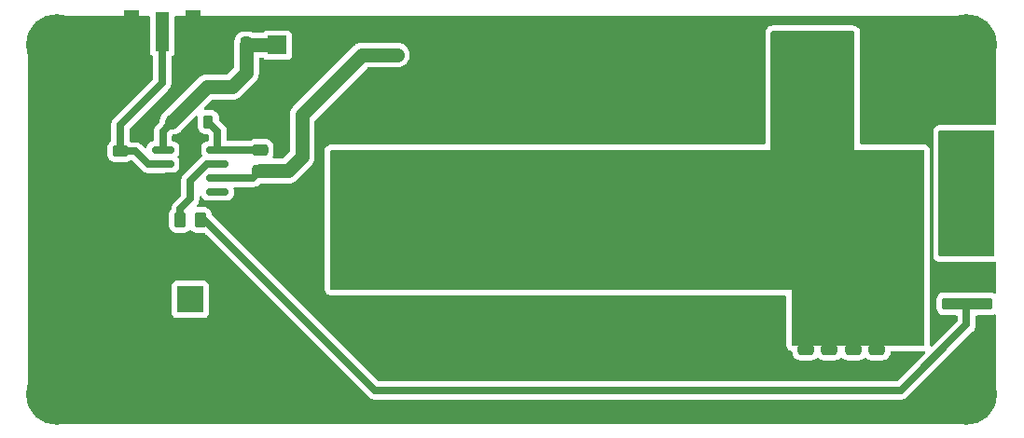
<source format=gbr>
%TF.GenerationSoftware,KiCad,Pcbnew,8.0.0*%
%TF.CreationDate,2024-06-21T14:10:28-04:00*%
%TF.ProjectId,GaN Drain Driver,47614e20-4472-4616-996e-204472697665,v1.0*%
%TF.SameCoordinates,Original*%
%TF.FileFunction,Copper,L1,Top*%
%TF.FilePolarity,Positive*%
%FSLAX46Y46*%
G04 Gerber Fmt 4.6, Leading zero omitted, Abs format (unit mm)*
G04 Created by KiCad (PCBNEW 8.0.0) date 2024-06-21 14:10:28*
%MOMM*%
%LPD*%
G01*
G04 APERTURE LIST*
G04 Aperture macros list*
%AMRoundRect*
0 Rectangle with rounded corners*
0 $1 Rounding radius*
0 $2 $3 $4 $5 $6 $7 $8 $9 X,Y pos of 4 corners*
0 Add a 4 corners polygon primitive as box body*
4,1,4,$2,$3,$4,$5,$6,$7,$8,$9,$2,$3,0*
0 Add four circle primitives for the rounded corners*
1,1,$1+$1,$2,$3*
1,1,$1+$1,$4,$5*
1,1,$1+$1,$6,$7*
1,1,$1+$1,$8,$9*
0 Add four rect primitives between the rounded corners*
20,1,$1+$1,$2,$3,$4,$5,0*
20,1,$1+$1,$4,$5,$6,$7,0*
20,1,$1+$1,$6,$7,$8,$9,0*
20,1,$1+$1,$8,$9,$2,$3,0*%
G04 Aperture macros list end*
%TA.AperFunction,SMDPad,CuDef*%
%ADD10RoundRect,0.250000X-0.475000X0.250000X-0.475000X-0.250000X0.475000X-0.250000X0.475000X0.250000X0*%
%TD*%
%TA.AperFunction,ComponentPad*%
%ADD11R,2.400000X2.400000*%
%TD*%
%TA.AperFunction,ComponentPad*%
%ADD12C,2.400000*%
%TD*%
%TA.AperFunction,SMDPad,CuDef*%
%ADD13RoundRect,0.250000X0.250000X0.475000X-0.250000X0.475000X-0.250000X-0.475000X0.250000X-0.475000X0*%
%TD*%
%TA.AperFunction,ComponentPad*%
%ADD14R,1.700000X1.700000*%
%TD*%
%TA.AperFunction,ComponentPad*%
%ADD15O,1.700000X1.700000*%
%TD*%
%TA.AperFunction,SMDPad,CuDef*%
%ADD16RoundRect,0.150000X-0.825000X-0.150000X0.825000X-0.150000X0.825000X0.150000X-0.825000X0.150000X0*%
%TD*%
%TA.AperFunction,ComponentPad*%
%ADD17C,5.562600*%
%TD*%
%TA.AperFunction,SMDPad,CuDef*%
%ADD18RoundRect,0.225000X0.225000X0.375000X-0.225000X0.375000X-0.225000X-0.375000X0.225000X-0.375000X0*%
%TD*%
%TA.AperFunction,SMDPad,CuDef*%
%ADD19RoundRect,0.250000X-0.262500X-0.450000X0.262500X-0.450000X0.262500X0.450000X-0.262500X0.450000X0*%
%TD*%
%TA.AperFunction,SMDPad,CuDef*%
%ADD20RoundRect,0.250000X2.050000X0.300000X-2.050000X0.300000X-2.050000X-0.300000X2.050000X-0.300000X0*%
%TD*%
%TA.AperFunction,SMDPad,CuDef*%
%ADD21RoundRect,0.250000X2.025000X2.375000X-2.025000X2.375000X-2.025000X-2.375000X2.025000X-2.375000X0*%
%TD*%
%TA.AperFunction,SMDPad,CuDef*%
%ADD22RoundRect,0.250002X4.449998X5.149998X-4.449998X5.149998X-4.449998X-5.149998X4.449998X-5.149998X0*%
%TD*%
%TA.AperFunction,SMDPad,CuDef*%
%ADD23R,1.270000X3.600000*%
%TD*%
%TA.AperFunction,SMDPad,CuDef*%
%ADD24R,1.350000X4.200000*%
%TD*%
%TA.AperFunction,SMDPad,CuDef*%
%ADD25RoundRect,0.250000X-0.450000X0.262500X-0.450000X-0.262500X0.450000X-0.262500X0.450000X0.262500X0*%
%TD*%
%TA.AperFunction,ViaPad*%
%ADD26C,0.600000*%
%TD*%
%TA.AperFunction,Conductor*%
%ADD27C,1.270000*%
%TD*%
%TA.AperFunction,Conductor*%
%ADD28C,0.635000*%
%TD*%
G04 APERTURE END LIST*
D10*
%TO.P,C13,1*%
%TO.N,VCC*%
X121920000Y-56200000D03*
%TO.P,C13,2*%
%TO.N,GND*%
X121920000Y-58100000D03*
%TD*%
D11*
%TO.P,C6,1*%
%TO.N,VCC*%
X99060000Y-48895000D03*
D12*
%TO.P,C6,2*%
%TO.N,GND*%
X99060000Y-53895000D03*
%TD*%
D11*
%TO.P,C9,1*%
%TO.N,+15V*%
X66040000Y-51659785D03*
D12*
%TO.P,C9,2*%
%TO.N,GND*%
X66040000Y-56659785D03*
%TD*%
D13*
%TO.P,C8,1*%
%TO.N,+15V*%
X71115000Y-28575000D03*
%TO.P,C8,2*%
%TO.N,GND*%
X69215000Y-28575000D03*
%TD*%
D10*
%TO.P,C1,1*%
%TO.N,Net-(D1-K)*%
X72390000Y-38105000D03*
%TO.P,C1,2*%
%TO.N,AMP_DRAIN*%
X72390000Y-40005000D03*
%TD*%
D11*
%TO.P,C5,1*%
%TO.N,VCC*%
X85090000Y-48895000D03*
D12*
%TO.P,C5,2*%
%TO.N,GND*%
X85090000Y-53895000D03*
%TD*%
D14*
%TO.P,J2,1,Pin_1*%
%TO.N,AMP_DRAIN*%
X136652000Y-37338000D03*
D15*
%TO.P,J2,2,Pin_2*%
%TO.N,GND*%
X136652000Y-34798000D03*
%TD*%
D16*
%TO.P,U1,1,VCC*%
%TO.N,+15V*%
X63565000Y-38100000D03*
%TO.P,U1,2,HIN*%
%TO.N,Net-(J1-In)*%
X63565000Y-39370000D03*
%TO.P,U1,3,LIN*%
%TO.N,GND*%
X63565000Y-40640000D03*
%TO.P,U1,4,COM*%
X63565000Y-41910000D03*
%TO.P,U1,5,LO*%
%TO.N,unconnected-(U1-LO-Pad5)*%
X68515000Y-41910000D03*
%TO.P,U1,6,VS*%
%TO.N,AMP_DRAIN*%
X68515000Y-40640000D03*
%TO.P,U1,7,HO*%
%TO.N,Net-(U1-HO)*%
X68515000Y-39370000D03*
%TO.P,U1,8,VB*%
%TO.N,Net-(D1-K)*%
X68515000Y-38100000D03*
%TD*%
D17*
%TO.P,H4,1,1*%
%TO.N,GND*%
X53975000Y-60325000D03*
%TD*%
D11*
%TO.P,C3,1*%
%TO.N,VCC*%
X99060000Y-40005000D03*
D12*
%TO.P,C3,2*%
%TO.N,GND*%
X99060000Y-35005000D03*
%TD*%
D17*
%TO.P,H3,1,1*%
%TO.N,GND*%
X136525000Y-60325000D03*
%TD*%
D14*
%TO.P,J4,1,Pin_1*%
%TO.N,VCC*%
X125115000Y-28550000D03*
D15*
%TO.P,J4,2,Pin_2*%
%TO.N,GND*%
X127655000Y-28550000D03*
%TD*%
D18*
%TO.P,D1,1,K*%
%TO.N,Net-(D1-K)*%
X67690000Y-35560000D03*
%TO.P,D1,2,A*%
%TO.N,+15V*%
X64390000Y-35560000D03*
%TD*%
D11*
%TO.P,C7,1*%
%TO.N,VCC*%
X113030000Y-48895001D03*
D12*
%TO.P,C7,2*%
%TO.N,GND*%
X113030000Y-53895001D03*
%TD*%
D14*
%TO.P,J3,1,Pin_1*%
%TO.N,+15V*%
X73934000Y-28575000D03*
D15*
%TO.P,J3,2,Pin_2*%
%TO.N,GND*%
X76474000Y-28575000D03*
%TD*%
D19*
%TO.P,R1,1*%
%TO.N,Net-(U1-HO)*%
X65127500Y-44450000D03*
%TO.P,R1,2*%
%TO.N,Net-(Q1-G)*%
X66952500Y-44450000D03*
%TD*%
D11*
%TO.P,C2,1*%
%TO.N,VCC*%
X85090000Y-40005000D03*
D12*
%TO.P,C2,2*%
%TO.N,GND*%
X85090000Y-35005000D03*
%TD*%
D10*
%TO.P,C11,1*%
%TO.N,VCC*%
X126238000Y-56200000D03*
%TO.P,C11,2*%
%TO.N,GND*%
X126238000Y-58100000D03*
%TD*%
%TO.P,C10,1*%
%TO.N,VCC*%
X128397000Y-56200000D03*
%TO.P,C10,2*%
%TO.N,GND*%
X128397000Y-58100000D03*
%TD*%
D20*
%TO.P,Q1,1,G*%
%TO.N,Net-(Q1-G)*%
X136555000Y-52070000D03*
D21*
%TO.P,Q1,2,D*%
%TO.N,VCC*%
X129830000Y-52305000D03*
X129830000Y-46755000D03*
D22*
X127405000Y-49530000D03*
D21*
X124980000Y-52305000D03*
X124980000Y-46755000D03*
D20*
%TO.P,Q1,3,S*%
%TO.N,AMP_DRAIN*%
X136555000Y-46990000D03*
%TD*%
D23*
%TO.P,J1,1,In*%
%TO.N,Net-(J1-In)*%
X63500000Y-27322500D03*
D24*
%TO.P,J1,2,Ext*%
%TO.N,GND*%
X66325000Y-27522500D03*
X60675000Y-27522500D03*
%TD*%
D11*
%TO.P,C4,1*%
%TO.N,VCC*%
X113030000Y-40005000D03*
D12*
%TO.P,C4,2*%
%TO.N,GND*%
X113030000Y-35005000D03*
%TD*%
D17*
%TO.P,H1,1,1*%
%TO.N,GND*%
X136525000Y-28575000D03*
%TD*%
D10*
%TO.P,C12,1*%
%TO.N,VCC*%
X124079000Y-56200000D03*
%TO.P,C12,2*%
%TO.N,GND*%
X124079000Y-58100000D03*
%TD*%
D17*
%TO.P,H2,1,1*%
%TO.N,GND*%
X53975000Y-28575000D03*
%TD*%
D25*
%TO.P,R2,1*%
%TO.N,Net-(J1-In)*%
X59690000Y-38203500D03*
%TO.P,R2,2*%
%TO.N,GND*%
X59690000Y-40028500D03*
%TD*%
D26*
%TO.N,AMP_DRAIN*%
X84836000Y-29464000D03*
%TO.N,VCC*%
X130810000Y-53340000D03*
X123190000Y-44450000D03*
X127000000Y-44450000D03*
X123190000Y-50800000D03*
X124460000Y-45720000D03*
X127000000Y-49530000D03*
X125730000Y-49530000D03*
X130810000Y-49530000D03*
X123190000Y-46990000D03*
X125730000Y-44450000D03*
X123190000Y-48260000D03*
X125730000Y-45720000D03*
X128270000Y-54610000D03*
X129540000Y-46990000D03*
X123190000Y-54610000D03*
X124460000Y-53340000D03*
X129540000Y-48260000D03*
X130810000Y-44450000D03*
X124460000Y-46990000D03*
X130810000Y-52070000D03*
X128270000Y-44450000D03*
X127000000Y-46990000D03*
X130810000Y-54610000D03*
X130810000Y-48260000D03*
X124460000Y-49530000D03*
X128270000Y-45720000D03*
X127000000Y-45720000D03*
X125730000Y-48260000D03*
X129540000Y-44450000D03*
X129540000Y-49530000D03*
X124460000Y-44450000D03*
X127000000Y-50800000D03*
X129540000Y-52070000D03*
X127000000Y-52070000D03*
X125730000Y-50800000D03*
X127000000Y-54610000D03*
X129540000Y-54610000D03*
X123190000Y-53340000D03*
X127000000Y-53340000D03*
X128270000Y-46990000D03*
X130810000Y-50800000D03*
X129540000Y-45720000D03*
X124460000Y-52070000D03*
X129540000Y-53340000D03*
X127000000Y-48260000D03*
X128270000Y-48260000D03*
X124460000Y-50800000D03*
X124460000Y-54610000D03*
X125730000Y-46990000D03*
X125730000Y-53340000D03*
X129540000Y-50800000D03*
X123190000Y-45720000D03*
X128270000Y-50800000D03*
X128270000Y-49530000D03*
X130810000Y-45720000D03*
X125730000Y-52070000D03*
X125730000Y-54610000D03*
X123190000Y-52070000D03*
X123190000Y-49530000D03*
X130810000Y-46990000D03*
X128270000Y-52070000D03*
X124460000Y-48260000D03*
X128270000Y-53340000D03*
%TO.N,GND*%
X57150000Y-38100000D03*
X129667000Y-57785000D03*
X57150000Y-57150000D03*
X53975000Y-34925000D03*
X127635000Y-57785000D03*
X53975000Y-47625000D03*
X69215000Y-34290000D03*
X74295000Y-57150000D03*
X53975000Y-41275000D03*
X57150000Y-44450000D03*
X85090000Y-27305000D03*
X92075000Y-57150000D03*
X99060000Y-27305000D03*
X106045000Y-57150000D03*
X113030000Y-62230000D03*
X53975000Y-53975000D03*
X136525000Y-49530000D03*
X125095000Y-57531000D03*
X92075000Y-33020000D03*
X106045000Y-33020000D03*
X128905000Y-35560000D03*
X74930000Y-45085000D03*
X74295000Y-38100000D03*
X113030000Y-27305000D03*
X70485000Y-36195000D03*
X57150000Y-31750000D03*
X122936000Y-57531000D03*
X66040000Y-37465000D03*
X84455000Y-62230000D03*
X74295000Y-32385000D03*
X120650000Y-57531000D03*
X73025000Y-34925000D03*
X98425000Y-62230000D03*
X57150000Y-50800000D03*
%TO.N,+15V*%
X63565000Y-37084000D03*
%TD*%
D27*
%TO.N,AMP_DRAIN*%
X136555000Y-37435000D02*
X136555000Y-46990000D01*
X81661000Y-29464000D02*
X76200000Y-34925000D01*
D28*
X71755000Y-40640000D02*
X72390000Y-40005000D01*
D27*
X76200000Y-34925000D02*
X76200000Y-38735000D01*
D28*
X68515000Y-40640000D02*
X71755000Y-40640000D01*
D27*
X74930000Y-40005000D02*
X72390000Y-40005000D01*
X84836000Y-29464000D02*
X81661000Y-29464000D01*
X136652000Y-37338000D02*
X136555000Y-37435000D01*
X76200000Y-38735000D02*
X74930000Y-40005000D01*
D28*
%TO.N,Net-(D1-K)*%
X68515000Y-36385000D02*
X67690000Y-35560000D01*
X68515000Y-38100000D02*
X72385000Y-38100000D01*
X68515000Y-38100000D02*
X68515000Y-36385000D01*
X72385000Y-38100000D02*
X72390000Y-38105000D01*
D27*
%TO.N,VCC*%
X124460000Y-44450000D02*
X125730000Y-45720000D01*
X125115000Y-45105000D02*
X124460000Y-45720000D01*
X125730000Y-45720000D02*
X125115000Y-45105000D01*
X125115000Y-47240000D02*
X127405000Y-49530000D01*
X124460000Y-44450000D02*
X124460000Y-44450000D01*
X125115000Y-28550000D02*
X125115000Y-46620000D01*
X125730000Y-44450000D02*
X124460000Y-44450000D01*
X125115000Y-46620000D02*
X124980000Y-46755000D01*
X124460000Y-45720000D02*
X125115000Y-47240000D01*
%TO.N,+15V*%
X71140000Y-31095000D02*
X71140000Y-28600000D01*
X71140000Y-28600000D02*
X71115000Y-28575000D01*
X64390000Y-35560000D02*
X67565000Y-32385000D01*
X73934000Y-28575000D02*
X71115000Y-28575000D01*
X69850000Y-32385000D02*
X71140000Y-31095000D01*
D28*
X63565000Y-38100000D02*
X63565000Y-36385000D01*
X63565000Y-36385000D02*
X64390000Y-35560000D01*
D27*
X67565000Y-32385000D02*
X69850000Y-32385000D01*
D28*
X63565000Y-37084000D02*
X63565000Y-36385000D01*
%TO.N,Net-(J1-In)*%
X59690000Y-35814000D02*
X59690000Y-38203500D01*
X61063500Y-38203500D02*
X59690000Y-38203500D01*
X63500000Y-32004000D02*
X59690000Y-35814000D01*
X63565000Y-39370000D02*
X62230000Y-39370000D01*
X63500000Y-27322500D02*
X63500000Y-32004000D01*
X62230000Y-39370000D02*
X61063500Y-38203500D01*
%TO.N,Net-(Q1-G)*%
X67310000Y-44450000D02*
X82804000Y-59944000D01*
X136525000Y-52100000D02*
X136555000Y-52070000D01*
X130556000Y-59944000D02*
X136525000Y-53975000D01*
X136525000Y-53975000D02*
X136525000Y-52100000D01*
X66952500Y-44450000D02*
X67310000Y-44450000D01*
X82804000Y-59944000D02*
X130556000Y-59944000D01*
%TO.N,Net-(U1-HO)*%
X68515000Y-39370000D02*
X67540001Y-39370000D01*
X66040000Y-40870001D02*
X66040000Y-42545000D01*
X65127500Y-43457500D02*
X65127500Y-44450000D01*
X67540001Y-39370000D02*
X66040000Y-40870001D01*
X66040000Y-42545000D02*
X65127500Y-43457500D01*
%TD*%
%TA.AperFunction,Conductor*%
%TO.N,AMP_DRAIN*%
G36*
X139008039Y-36341685D02*
G01*
X139053794Y-36394489D01*
X139065000Y-36446000D01*
X139065000Y-47628000D01*
X139045315Y-47695039D01*
X138992511Y-47740794D01*
X138941000Y-47752000D01*
X134109000Y-47752000D01*
X134041961Y-47732315D01*
X133996206Y-47679511D01*
X133985000Y-47628000D01*
X133985000Y-36446000D01*
X134004685Y-36378961D01*
X134057489Y-36333206D01*
X134109000Y-36322000D01*
X138941000Y-36322000D01*
X139008039Y-36341685D01*
G37*
%TD.AperFunction*%
%TD*%
%TA.AperFunction,Conductor*%
%TO.N,VCC*%
G36*
X126308039Y-27324685D02*
G01*
X126353794Y-27377489D01*
X126365000Y-27429000D01*
X126365000Y-28130087D01*
X126360775Y-28162180D01*
X126319938Y-28314586D01*
X126319936Y-28314596D01*
X126299341Y-28549999D01*
X126299341Y-28550000D01*
X126319936Y-28785403D01*
X126319938Y-28785413D01*
X126360775Y-28937818D01*
X126365000Y-28969911D01*
X126365000Y-38100000D01*
X118745000Y-38100000D01*
X118745000Y-27429000D01*
X118764685Y-27361961D01*
X118817489Y-27316206D01*
X118869000Y-27305000D01*
X126241000Y-27305000D01*
X126308039Y-27324685D01*
G37*
%TD.AperFunction*%
%TD*%
%TA.AperFunction,Conductor*%
%TO.N,VCC*%
G36*
X132658039Y-38119685D02*
G01*
X132703794Y-38172489D01*
X132715000Y-38224000D01*
X132715000Y-55756000D01*
X132695315Y-55823039D01*
X132642511Y-55868794D01*
X132591000Y-55880000D01*
X120774000Y-55880000D01*
X120706961Y-55860315D01*
X120661206Y-55807511D01*
X120650000Y-55756000D01*
X120650000Y-50800000D01*
X78864000Y-50800000D01*
X78796961Y-50780315D01*
X78751206Y-50727511D01*
X78740000Y-50676000D01*
X78740000Y-38224000D01*
X78759685Y-38156961D01*
X78812489Y-38111206D01*
X78864000Y-38100000D01*
X118745000Y-38100000D01*
X120650000Y-38100000D01*
X126365000Y-38100000D01*
X132591000Y-38100000D01*
X132658039Y-38119685D01*
G37*
%TD.AperFunction*%
%TD*%
%TA.AperFunction,Conductor*%
%TO.N,GND*%
G36*
X62307539Y-25920185D02*
G01*
X62353294Y-25972989D01*
X62364500Y-26024500D01*
X62364500Y-29170370D01*
X62364501Y-29170376D01*
X62370908Y-29229983D01*
X62421202Y-29364828D01*
X62421206Y-29364835D01*
X62507452Y-29480044D01*
X62507455Y-29480047D01*
X62629769Y-29571612D01*
X62627986Y-29573993D01*
X62666832Y-29612838D01*
X62682000Y-29672266D01*
X62682000Y-31613810D01*
X62662315Y-31680849D01*
X62645681Y-31701491D01*
X59054620Y-35292551D01*
X59054617Y-35292555D01*
X58965100Y-35426525D01*
X58965093Y-35426538D01*
X58903436Y-35575393D01*
X58903433Y-35575405D01*
X58872000Y-35733429D01*
X58872000Y-37216995D01*
X58852315Y-37284034D01*
X58813098Y-37322533D01*
X58771344Y-37348287D01*
X58647289Y-37472342D01*
X58555187Y-37621663D01*
X58555185Y-37621668D01*
X58532673Y-37689606D01*
X58500001Y-37788203D01*
X58500001Y-37788204D01*
X58500000Y-37788204D01*
X58489500Y-37890983D01*
X58489500Y-38516001D01*
X58489501Y-38516019D01*
X58500000Y-38618796D01*
X58500001Y-38618799D01*
X58555185Y-38785331D01*
X58555187Y-38785336D01*
X58575418Y-38818135D01*
X58647288Y-38934656D01*
X58771344Y-39058712D01*
X58920666Y-39150814D01*
X59087203Y-39205999D01*
X59189991Y-39216500D01*
X60190008Y-39216499D01*
X60190016Y-39216498D01*
X60190019Y-39216498D01*
X60246302Y-39210748D01*
X60292797Y-39205999D01*
X60459334Y-39150814D01*
X60608656Y-39058712D01*
X60608657Y-39058710D01*
X60614803Y-39054920D01*
X60615640Y-39056278D01*
X60672456Y-39033357D01*
X60741098Y-39046395D01*
X60772255Y-39069082D01*
X61594617Y-39891444D01*
X61594618Y-39891445D01*
X61708554Y-40005381D01*
X61842533Y-40094903D01*
X61907336Y-40121745D01*
X61991398Y-40156565D01*
X62149429Y-40187999D01*
X62149433Y-40188000D01*
X62149434Y-40188000D01*
X63645567Y-40188000D01*
X63645567Y-40187999D01*
X63721565Y-40172882D01*
X63745756Y-40170500D01*
X64455686Y-40170500D01*
X64455694Y-40170500D01*
X64492569Y-40167598D01*
X64492571Y-40167597D01*
X64492573Y-40167597D01*
X64534191Y-40155505D01*
X64650398Y-40121744D01*
X64791865Y-40038081D01*
X64908081Y-39921865D01*
X64991744Y-39780398D01*
X65037598Y-39622569D01*
X65040500Y-39585694D01*
X65040500Y-39154306D01*
X65037598Y-39117431D01*
X65037597Y-39117429D01*
X65037597Y-39117426D01*
X64991745Y-38959606D01*
X64991744Y-38959603D01*
X64991744Y-38959602D01*
X64908081Y-38818135D01*
X64908078Y-38818132D01*
X64903298Y-38811969D01*
X64905750Y-38810066D01*
X64879155Y-38761421D01*
X64884104Y-38691726D01*
X64904940Y-38659304D01*
X64903298Y-38658031D01*
X64908075Y-38651870D01*
X64908081Y-38651865D01*
X64991744Y-38510398D01*
X65037598Y-38352569D01*
X65040500Y-38315694D01*
X65040500Y-37884306D01*
X65037598Y-37847431D01*
X65035862Y-37841457D01*
X64995404Y-37702200D01*
X64991744Y-37689602D01*
X64908081Y-37548135D01*
X64908079Y-37548133D01*
X64908076Y-37548129D01*
X64791870Y-37431923D01*
X64791862Y-37431917D01*
X64650396Y-37348255D01*
X64650393Y-37348254D01*
X64492573Y-37302402D01*
X64486333Y-37301263D01*
X64486784Y-37298789D01*
X64431923Y-37277842D01*
X64390486Y-37221586D01*
X64383000Y-37179153D01*
X64383000Y-36816669D01*
X64402685Y-36749630D01*
X64455489Y-36703875D01*
X64487602Y-36694196D01*
X64576076Y-36680183D01*
X64655897Y-36667541D01*
X64671523Y-36662463D01*
X64697236Y-36657036D01*
X64762708Y-36650349D01*
X64923697Y-36597003D01*
X65068044Y-36507968D01*
X65187968Y-36388044D01*
X65212834Y-36347728D01*
X65230685Y-36325152D01*
X66529485Y-35026353D01*
X66590807Y-34992869D01*
X66660499Y-34997853D01*
X66716432Y-35039725D01*
X66740849Y-35105189D01*
X66740523Y-35126635D01*
X66739501Y-35136640D01*
X66739500Y-35136660D01*
X66739500Y-35983337D01*
X66739501Y-35983355D01*
X66749650Y-36082707D01*
X66749651Y-36082710D01*
X66802996Y-36243694D01*
X66803001Y-36243705D01*
X66892029Y-36388040D01*
X66892032Y-36388044D01*
X67011955Y-36507967D01*
X67011959Y-36507970D01*
X67156294Y-36596998D01*
X67156297Y-36596999D01*
X67156303Y-36597003D01*
X67317292Y-36650349D01*
X67416655Y-36660500D01*
X67572999Y-36660499D01*
X67640039Y-36680183D01*
X67685794Y-36732987D01*
X67697000Y-36784499D01*
X67697000Y-37179153D01*
X67677315Y-37246192D01*
X67624511Y-37291947D01*
X67593437Y-37300006D01*
X67593667Y-37301263D01*
X67587426Y-37302402D01*
X67429606Y-37348254D01*
X67429603Y-37348255D01*
X67288137Y-37431917D01*
X67288129Y-37431923D01*
X67171923Y-37548129D01*
X67171917Y-37548137D01*
X67088255Y-37689603D01*
X67088254Y-37689606D01*
X67042402Y-37847426D01*
X67042401Y-37847432D01*
X67039500Y-37884298D01*
X67039500Y-38315701D01*
X67042401Y-38352567D01*
X67042402Y-38352573D01*
X67088254Y-38510393D01*
X67088254Y-38510394D01*
X67088255Y-38510396D01*
X67088256Y-38510398D01*
X67103817Y-38536710D01*
X67120998Y-38604434D01*
X67098838Y-38670697D01*
X67065976Y-38702931D01*
X67018559Y-38734615D01*
X67018557Y-38734616D01*
X66967843Y-38785331D01*
X66904619Y-38848555D01*
X66904617Y-38848557D01*
X65404620Y-40348552D01*
X65404617Y-40348556D01*
X65315098Y-40482529D01*
X65296908Y-40526445D01*
X65253436Y-40631394D01*
X65253433Y-40631406D01*
X65222000Y-40789430D01*
X65222000Y-42154810D01*
X65202315Y-42221849D01*
X65185681Y-42242491D01*
X64492120Y-42936051D01*
X64492117Y-42936055D01*
X64402600Y-43070025D01*
X64402593Y-43070038D01*
X64340936Y-43218893D01*
X64340933Y-43218905D01*
X64309500Y-43376929D01*
X64309500Y-43442770D01*
X64289815Y-43509809D01*
X64273181Y-43530451D01*
X64272289Y-43531342D01*
X64180187Y-43680663D01*
X64180186Y-43680666D01*
X64125001Y-43847203D01*
X64125001Y-43847204D01*
X64125000Y-43847204D01*
X64114500Y-43949983D01*
X64114500Y-44950001D01*
X64114501Y-44950019D01*
X64125000Y-45052796D01*
X64125001Y-45052799D01*
X64180185Y-45219331D01*
X64180186Y-45219334D01*
X64272288Y-45368656D01*
X64396344Y-45492712D01*
X64545666Y-45584814D01*
X64712203Y-45639999D01*
X64814991Y-45650500D01*
X65440008Y-45650499D01*
X65440016Y-45650498D01*
X65440019Y-45650498D01*
X65496302Y-45644748D01*
X65542797Y-45639999D01*
X65709334Y-45584814D01*
X65858656Y-45492712D01*
X65952319Y-45399049D01*
X66013642Y-45365564D01*
X66083334Y-45370548D01*
X66127681Y-45399049D01*
X66221344Y-45492712D01*
X66370666Y-45584814D01*
X66537203Y-45639999D01*
X66639991Y-45650500D01*
X67265008Y-45650499D01*
X67286835Y-45648269D01*
X67355527Y-45661038D01*
X67387119Y-45683946D01*
X82282551Y-60579379D01*
X82282555Y-60579382D01*
X82416532Y-60668903D01*
X82490963Y-60699732D01*
X82490964Y-60699733D01*
X82490965Y-60699733D01*
X82565398Y-60730565D01*
X82723429Y-60761999D01*
X82723433Y-60762000D01*
X82723434Y-60762000D01*
X130636567Y-60762000D01*
X130636568Y-60761999D01*
X130794602Y-60730565D01*
X130869035Y-60699733D01*
X130943468Y-60668903D01*
X131077445Y-60579382D01*
X137046442Y-54610383D01*
X137046445Y-54610382D01*
X137160382Y-54496445D01*
X137204281Y-54430745D01*
X137204283Y-54430743D01*
X137227092Y-54396606D01*
X137249903Y-54362468D01*
X137311565Y-54213602D01*
X137339986Y-54070717D01*
X137343000Y-54055566D01*
X137343000Y-53244499D01*
X137362685Y-53177460D01*
X137415489Y-53131705D01*
X137467000Y-53120499D01*
X138655002Y-53120499D01*
X138655008Y-53120499D01*
X138757797Y-53109999D01*
X138924334Y-53054814D01*
X139010404Y-53001725D01*
X139077796Y-52983286D01*
X139144459Y-53004209D01*
X139189229Y-53057851D01*
X139199500Y-53107265D01*
X139199500Y-60321519D01*
X139199305Y-60328472D01*
X139183073Y-60617497D01*
X139181516Y-60631315D01*
X139133611Y-60913264D01*
X139130517Y-60926821D01*
X139051342Y-61201642D01*
X139046749Y-61214767D01*
X138937306Y-61478987D01*
X138931273Y-61491515D01*
X138792929Y-61741830D01*
X138785530Y-61753604D01*
X138620042Y-61986837D01*
X138611373Y-61997709D01*
X138420797Y-62210964D01*
X138410964Y-62220797D01*
X138197709Y-62411373D01*
X138186837Y-62420042D01*
X137953604Y-62585530D01*
X137941830Y-62592929D01*
X137691515Y-62731273D01*
X137678987Y-62737306D01*
X137414767Y-62846749D01*
X137401642Y-62851342D01*
X137126821Y-62930517D01*
X137113264Y-62933611D01*
X136831315Y-62981516D01*
X136817497Y-62983073D01*
X136528472Y-62999305D01*
X136521519Y-62999500D01*
X53978481Y-62999500D01*
X53971528Y-62999305D01*
X53682502Y-62983073D01*
X53668684Y-62981516D01*
X53386735Y-62933611D01*
X53373178Y-62930517D01*
X53098357Y-62851342D01*
X53085232Y-62846749D01*
X52821012Y-62737306D01*
X52808484Y-62731273D01*
X52558169Y-62592929D01*
X52546395Y-62585530D01*
X52313162Y-62420042D01*
X52302290Y-62411373D01*
X52089035Y-62220797D01*
X52079202Y-62210964D01*
X51888626Y-61997709D01*
X51879961Y-61986843D01*
X51714468Y-61753603D01*
X51707070Y-61741830D01*
X51568726Y-61491515D01*
X51562696Y-61478994D01*
X51453250Y-61214767D01*
X51448657Y-61201642D01*
X51369482Y-60926821D01*
X51366388Y-60913264D01*
X51318481Y-60631305D01*
X51316927Y-60617507D01*
X51300695Y-60328472D01*
X51300500Y-60321519D01*
X51300500Y-52907655D01*
X64339500Y-52907655D01*
X64339501Y-52907661D01*
X64345908Y-52967268D01*
X64396202Y-53102113D01*
X64396206Y-53102120D01*
X64482452Y-53217329D01*
X64482455Y-53217332D01*
X64597664Y-53303578D01*
X64597671Y-53303582D01*
X64732517Y-53353876D01*
X64732516Y-53353876D01*
X64739444Y-53354620D01*
X64792127Y-53360285D01*
X67287872Y-53360284D01*
X67347483Y-53353876D01*
X67482331Y-53303581D01*
X67597546Y-53217331D01*
X67683796Y-53102116D01*
X67734091Y-52967268D01*
X67740500Y-52907658D01*
X67740499Y-50411913D01*
X67734091Y-50352302D01*
X67683796Y-50217454D01*
X67683795Y-50217453D01*
X67683793Y-50217449D01*
X67597547Y-50102240D01*
X67597544Y-50102237D01*
X67482335Y-50015991D01*
X67482328Y-50015987D01*
X67347482Y-49965693D01*
X67347483Y-49965693D01*
X67287883Y-49959286D01*
X67287881Y-49959285D01*
X67287873Y-49959285D01*
X67287864Y-49959285D01*
X64792129Y-49959285D01*
X64792123Y-49959286D01*
X64732516Y-49965693D01*
X64597671Y-50015987D01*
X64597664Y-50015991D01*
X64482455Y-50102237D01*
X64482452Y-50102240D01*
X64396206Y-50217449D01*
X64396202Y-50217456D01*
X64345908Y-50352302D01*
X64339501Y-50411901D01*
X64339501Y-50411908D01*
X64339500Y-50411920D01*
X64339500Y-52907655D01*
X51300500Y-52907655D01*
X51300500Y-28578480D01*
X51300695Y-28571527D01*
X51305519Y-28485629D01*
X51316927Y-28282490D01*
X51318481Y-28268696D01*
X51366389Y-27986730D01*
X51369482Y-27973178D01*
X51376966Y-27947203D01*
X51448658Y-27698353D01*
X51453250Y-27685232D01*
X51562699Y-27420997D01*
X51568719Y-27408498D01*
X51707076Y-27158159D01*
X51714463Y-27146404D01*
X51879968Y-26913147D01*
X51888614Y-26902304D01*
X52079212Y-26689024D01*
X52089024Y-26679212D01*
X52302304Y-26488614D01*
X52313147Y-26479968D01*
X52546404Y-26314463D01*
X52558159Y-26307076D01*
X52808498Y-26168719D01*
X52820997Y-26162699D01*
X53085236Y-26053248D01*
X53098353Y-26048658D01*
X53373184Y-25969480D01*
X53386730Y-25966389D01*
X53668696Y-25918481D01*
X53682490Y-25916927D01*
X53971528Y-25900695D01*
X53978481Y-25900500D01*
X54040892Y-25900500D01*
X62240500Y-25900500D01*
X62307539Y-25920185D01*
G37*
%TD.AperFunction*%
%TA.AperFunction,Conductor*%
G36*
X136528472Y-25900695D02*
G01*
X136817507Y-25916927D01*
X136831305Y-25918481D01*
X137113265Y-25966388D01*
X137126821Y-25969482D01*
X137401642Y-26048657D01*
X137414768Y-26053250D01*
X137678994Y-26162696D01*
X137691508Y-26168722D01*
X137941830Y-26307070D01*
X137953603Y-26314468D01*
X138186843Y-26479961D01*
X138197704Y-26488622D01*
X138410964Y-26679202D01*
X138420795Y-26689033D01*
X138608819Y-26899433D01*
X138611373Y-26902290D01*
X138620039Y-26913159D01*
X138677158Y-26993659D01*
X138785530Y-27146395D01*
X138792929Y-27158169D01*
X138931273Y-27408484D01*
X138937306Y-27421012D01*
X139046749Y-27685232D01*
X139051342Y-27698357D01*
X139130517Y-27973178D01*
X139133611Y-27986735D01*
X139181516Y-28268684D01*
X139183073Y-28282502D01*
X139199305Y-28571527D01*
X139199500Y-28578480D01*
X139199500Y-35710562D01*
X139179815Y-35777601D01*
X139127011Y-35823356D01*
X139057854Y-35833300D01*
X138941001Y-35816500D01*
X138941000Y-35816500D01*
X134109000Y-35816500D01*
X134108991Y-35816500D01*
X134108990Y-35816501D01*
X134001549Y-35828052D01*
X134001537Y-35828054D01*
X133950027Y-35839260D01*
X133847502Y-35873383D01*
X133847496Y-35873386D01*
X133726462Y-35951171D01*
X133726451Y-35951179D01*
X133673659Y-35996923D01*
X133579433Y-36105664D01*
X133579430Y-36105668D01*
X133519664Y-36236534D01*
X133499976Y-36303582D01*
X133495402Y-36335398D01*
X133479500Y-36446000D01*
X133479500Y-47628000D01*
X133479501Y-47628009D01*
X133491052Y-47735450D01*
X133491054Y-47735462D01*
X133502260Y-47786972D01*
X133536383Y-47889497D01*
X133536386Y-47889503D01*
X133614171Y-48010537D01*
X133614179Y-48010548D01*
X133659923Y-48063340D01*
X133659926Y-48063343D01*
X133659930Y-48063347D01*
X133768664Y-48157567D01*
X133768667Y-48157568D01*
X133768668Y-48157569D01*
X133865106Y-48201612D01*
X133899541Y-48217338D01*
X133966580Y-48237023D01*
X133966584Y-48237024D01*
X134109000Y-48257500D01*
X134109003Y-48257500D01*
X138940990Y-48257500D01*
X138941000Y-48257500D01*
X139048456Y-48245947D01*
X139049140Y-48245798D01*
X139049302Y-48245809D01*
X139051745Y-48245414D01*
X139051838Y-48245990D01*
X139118831Y-48250781D01*
X139174766Y-48292652D01*
X139199184Y-48358116D01*
X139199500Y-48366964D01*
X139199500Y-51032734D01*
X139179815Y-51099773D01*
X139127011Y-51145528D01*
X139057853Y-51155472D01*
X139010404Y-51138273D01*
X138924340Y-51085190D01*
X138924334Y-51085186D01*
X138757797Y-51030001D01*
X138757795Y-51030000D01*
X138655010Y-51019500D01*
X134454998Y-51019500D01*
X134454981Y-51019501D01*
X134352203Y-51030000D01*
X134352200Y-51030001D01*
X134185668Y-51085185D01*
X134185663Y-51085187D01*
X134036342Y-51177289D01*
X133912289Y-51301342D01*
X133820187Y-51450663D01*
X133820186Y-51450666D01*
X133765001Y-51617203D01*
X133765001Y-51617204D01*
X133765000Y-51617204D01*
X133754500Y-51719983D01*
X133754500Y-52420001D01*
X133754501Y-52420019D01*
X133765000Y-52522796D01*
X133765001Y-52522799D01*
X133820185Y-52689331D01*
X133820186Y-52689334D01*
X133912288Y-52838656D01*
X134036344Y-52962712D01*
X134185666Y-53054814D01*
X134352203Y-53109999D01*
X134454991Y-53120500D01*
X135583000Y-53120499D01*
X135650039Y-53140184D01*
X135695794Y-53192987D01*
X135707000Y-53244499D01*
X135707000Y-53584811D01*
X135687315Y-53651850D01*
X135670681Y-53672492D01*
X133422367Y-55920805D01*
X133361044Y-55954290D01*
X133291352Y-55949306D01*
X133235419Y-55907434D01*
X133211002Y-55841970D01*
X133211947Y-55815482D01*
X133220500Y-55756000D01*
X133220500Y-38224000D01*
X133208947Y-38116544D01*
X133197741Y-38065033D01*
X133197637Y-38064722D01*
X133163616Y-37962502D01*
X133163613Y-37962496D01*
X133113363Y-37884306D01*
X133085825Y-37841457D01*
X133069718Y-37822868D01*
X133040076Y-37788659D01*
X133040072Y-37788656D01*
X133040070Y-37788653D01*
X132931336Y-37694433D01*
X132931333Y-37694431D01*
X132931331Y-37694430D01*
X132800465Y-37634664D01*
X132800460Y-37634662D01*
X132800459Y-37634662D01*
X132733420Y-37614977D01*
X132733422Y-37614977D01*
X132733417Y-37614976D01*
X132671347Y-37606052D01*
X132591000Y-37594500D01*
X132590998Y-37594500D01*
X126994500Y-37594500D01*
X126927461Y-37574815D01*
X126881706Y-37522011D01*
X126870500Y-37470500D01*
X126870500Y-28969919D01*
X126870500Y-28969911D01*
X126866176Y-28903932D01*
X126861951Y-28871839D01*
X126849050Y-28806984D01*
X126822465Y-28707772D01*
X126818713Y-28686487D01*
X126816778Y-28664371D01*
X126807716Y-28560797D01*
X126807716Y-28539195D01*
X126818711Y-28413516D01*
X126822464Y-28392234D01*
X126849051Y-28293011D01*
X126861951Y-28228159D01*
X126866176Y-28196066D01*
X126870500Y-28130087D01*
X126870500Y-27429000D01*
X126858947Y-27321544D01*
X126847741Y-27270033D01*
X126847637Y-27269722D01*
X126813616Y-27167502D01*
X126813613Y-27167496D01*
X126735828Y-27046462D01*
X126735825Y-27046457D01*
X126696979Y-27001626D01*
X126690076Y-26993659D01*
X126690072Y-26993656D01*
X126690070Y-26993653D01*
X126581336Y-26899433D01*
X126581333Y-26899431D01*
X126581331Y-26899430D01*
X126450465Y-26839664D01*
X126450460Y-26839662D01*
X126450459Y-26839662D01*
X126383420Y-26819977D01*
X126383422Y-26819977D01*
X126383417Y-26819976D01*
X126321347Y-26811052D01*
X126241000Y-26799500D01*
X118869000Y-26799500D01*
X118868991Y-26799500D01*
X118868990Y-26799501D01*
X118761549Y-26811052D01*
X118761537Y-26811054D01*
X118710027Y-26822260D01*
X118607502Y-26856383D01*
X118607496Y-26856386D01*
X118486462Y-26934171D01*
X118486451Y-26934179D01*
X118433659Y-26979923D01*
X118339433Y-27088664D01*
X118339430Y-27088668D01*
X118279664Y-27219534D01*
X118259976Y-27286582D01*
X118249420Y-27360001D01*
X118239502Y-27428990D01*
X118239500Y-27429001D01*
X118239500Y-37470500D01*
X118219815Y-37537539D01*
X118167011Y-37583294D01*
X118115500Y-37594500D01*
X78864000Y-37594500D01*
X78863991Y-37594500D01*
X78863990Y-37594501D01*
X78756549Y-37606052D01*
X78756537Y-37606054D01*
X78705027Y-37617260D01*
X78602502Y-37651383D01*
X78602496Y-37651386D01*
X78481462Y-37729171D01*
X78481451Y-37729179D01*
X78428659Y-37774923D01*
X78334433Y-37883664D01*
X78334430Y-37883668D01*
X78274664Y-38014534D01*
X78254976Y-38081582D01*
X78249949Y-38116549D01*
X78234500Y-38224000D01*
X78234500Y-50676000D01*
X78234501Y-50676009D01*
X78246052Y-50783450D01*
X78246054Y-50783462D01*
X78257260Y-50834972D01*
X78291383Y-50937497D01*
X78291386Y-50937503D01*
X78369171Y-51058537D01*
X78369179Y-51058548D01*
X78414923Y-51111340D01*
X78414926Y-51111343D01*
X78414930Y-51111347D01*
X78523664Y-51205567D01*
X78654541Y-51265338D01*
X78721580Y-51285023D01*
X78721584Y-51285024D01*
X78864000Y-51305500D01*
X120020500Y-51305500D01*
X120087539Y-51325185D01*
X120133294Y-51377989D01*
X120144500Y-51429500D01*
X120144500Y-55756000D01*
X120144501Y-55756009D01*
X120156052Y-55863450D01*
X120156054Y-55863462D01*
X120167260Y-55914972D01*
X120201383Y-56017497D01*
X120201386Y-56017503D01*
X120279171Y-56138537D01*
X120279179Y-56138548D01*
X120324923Y-56191340D01*
X120324926Y-56191343D01*
X120324930Y-56191347D01*
X120433664Y-56285567D01*
X120433667Y-56285568D01*
X120433668Y-56285569D01*
X120564536Y-56345336D01*
X120564537Y-56345336D01*
X120564541Y-56345338D01*
X120605436Y-56357346D01*
X120664214Y-56395121D01*
X120693238Y-56458677D01*
X120694500Y-56476318D01*
X120694500Y-56499998D01*
X120694501Y-56500019D01*
X120705000Y-56602796D01*
X120705001Y-56602799D01*
X120760185Y-56769331D01*
X120760186Y-56769334D01*
X120852288Y-56918656D01*
X120976344Y-57042712D01*
X121125666Y-57134814D01*
X121292203Y-57189999D01*
X121394991Y-57200500D01*
X122445008Y-57200499D01*
X122445016Y-57200498D01*
X122445019Y-57200498D01*
X122501302Y-57194748D01*
X122547797Y-57189999D01*
X122714334Y-57134814D01*
X122863656Y-57042712D01*
X122911819Y-56994549D01*
X122973142Y-56961064D01*
X123042834Y-56966048D01*
X123087181Y-56994549D01*
X123135344Y-57042712D01*
X123284666Y-57134814D01*
X123451203Y-57189999D01*
X123553991Y-57200500D01*
X124604008Y-57200499D01*
X124604016Y-57200498D01*
X124604019Y-57200498D01*
X124660302Y-57194748D01*
X124706797Y-57189999D01*
X124873334Y-57134814D01*
X125022656Y-57042712D01*
X125070819Y-56994549D01*
X125132142Y-56961064D01*
X125201834Y-56966048D01*
X125246181Y-56994549D01*
X125294344Y-57042712D01*
X125443666Y-57134814D01*
X125610203Y-57189999D01*
X125712991Y-57200500D01*
X126763008Y-57200499D01*
X126763016Y-57200498D01*
X126763019Y-57200498D01*
X126819302Y-57194748D01*
X126865797Y-57189999D01*
X127032334Y-57134814D01*
X127181656Y-57042712D01*
X127229819Y-56994549D01*
X127291142Y-56961064D01*
X127360834Y-56966048D01*
X127405181Y-56994549D01*
X127453344Y-57042712D01*
X127602666Y-57134814D01*
X127769203Y-57189999D01*
X127871991Y-57200500D01*
X128922008Y-57200499D01*
X128922016Y-57200498D01*
X128922019Y-57200498D01*
X128978302Y-57194748D01*
X129024797Y-57189999D01*
X129191334Y-57134814D01*
X129340656Y-57042712D01*
X129464712Y-56918656D01*
X129556814Y-56769334D01*
X129611999Y-56602797D01*
X129622500Y-56500009D01*
X129622500Y-56500008D01*
X129622818Y-56496897D01*
X129649214Y-56432206D01*
X129706395Y-56392054D01*
X129746176Y-56385500D01*
X132590990Y-56385500D01*
X132591000Y-56385500D01*
X132652365Y-56378902D01*
X132721122Y-56391306D01*
X132772260Y-56438916D01*
X132789540Y-56506616D01*
X132767476Y-56572910D01*
X132753300Y-56589872D01*
X130253492Y-59089681D01*
X130192169Y-59123166D01*
X130165811Y-59126000D01*
X83194189Y-59126000D01*
X83127150Y-59106315D01*
X83106508Y-59089681D01*
X67996542Y-43979715D01*
X67963057Y-43918392D01*
X67960865Y-43904634D01*
X67954999Y-43847203D01*
X67954998Y-43847200D01*
X67899814Y-43680666D01*
X67807712Y-43531344D01*
X67683656Y-43407288D01*
X67534334Y-43315186D01*
X67367797Y-43260001D01*
X67367795Y-43260000D01*
X67265016Y-43249500D01*
X66785055Y-43249500D01*
X66718016Y-43229815D01*
X66672261Y-43177011D01*
X66662317Y-43107853D01*
X66681950Y-43056614D01*
X66711238Y-43012780D01*
X66764903Y-42932468D01*
X66771887Y-42915606D01*
X66795733Y-42858037D01*
X66795733Y-42858035D01*
X66826565Y-42783602D01*
X66858000Y-42625566D01*
X66858000Y-42384323D01*
X66877685Y-42317284D01*
X66930489Y-42271529D01*
X66999647Y-42261585D01*
X67063203Y-42290610D01*
X67088730Y-42321199D01*
X67126061Y-42384323D01*
X67171917Y-42461862D01*
X67171923Y-42461870D01*
X67288129Y-42578076D01*
X67288133Y-42578079D01*
X67288135Y-42578081D01*
X67429602Y-42661744D01*
X67471224Y-42673836D01*
X67587426Y-42707597D01*
X67587429Y-42707597D01*
X67587431Y-42707598D01*
X67624306Y-42710500D01*
X67624314Y-42710500D01*
X69405686Y-42710500D01*
X69405694Y-42710500D01*
X69442569Y-42707598D01*
X69442571Y-42707597D01*
X69442573Y-42707597D01*
X69484191Y-42695505D01*
X69600398Y-42661744D01*
X69741865Y-42578081D01*
X69858081Y-42461865D01*
X69941744Y-42320398D01*
X69987598Y-42162569D01*
X69990500Y-42125694D01*
X69990500Y-41694306D01*
X69987598Y-41657431D01*
X69975734Y-41616595D01*
X69975933Y-41546727D01*
X70013874Y-41488056D01*
X70077512Y-41459212D01*
X70094810Y-41458000D01*
X71835567Y-41458000D01*
X71835568Y-41457999D01*
X71993602Y-41426565D01*
X72068035Y-41395733D01*
X72142468Y-41364903D01*
X72276445Y-41275382D01*
X72375009Y-41176817D01*
X72436330Y-41143334D01*
X72462689Y-41140500D01*
X75019370Y-41140500D01*
X75097824Y-41128073D01*
X75195897Y-41112541D01*
X75324193Y-41070853D01*
X75365881Y-41057309D01*
X75525132Y-40976167D01*
X75669728Y-40871111D01*
X75796111Y-40744728D01*
X75854670Y-40686169D01*
X75854682Y-40686155D01*
X77066111Y-39474729D01*
X77113235Y-39409868D01*
X77171167Y-39330132D01*
X77252309Y-39170881D01*
X77285027Y-39070186D01*
X77307539Y-39000901D01*
X77307539Y-39000900D01*
X77307540Y-39000897D01*
X77335500Y-38824366D01*
X77335500Y-35446701D01*
X77355185Y-35379662D01*
X77371819Y-35359020D01*
X82095021Y-30635819D01*
X82156344Y-30602334D01*
X82182702Y-30599500D01*
X84925365Y-30599500D01*
X84925366Y-30599500D01*
X85101897Y-30571540D01*
X85101900Y-30571539D01*
X85101901Y-30571539D01*
X85271878Y-30516310D01*
X85271878Y-30516309D01*
X85271881Y-30516309D01*
X85431132Y-30435167D01*
X85575728Y-30330111D01*
X85702111Y-30203728D01*
X85807167Y-30059132D01*
X85888309Y-29899881D01*
X85926433Y-29782547D01*
X85943539Y-29729901D01*
X85943539Y-29729900D01*
X85943540Y-29729897D01*
X85971500Y-29553366D01*
X85971500Y-29374634D01*
X85943540Y-29198103D01*
X85943539Y-29198099D01*
X85943539Y-29198098D01*
X85888310Y-29028121D01*
X85888308Y-29028118D01*
X85858655Y-28969919D01*
X85807167Y-28868868D01*
X85702111Y-28724272D01*
X85575728Y-28597889D01*
X85431132Y-28492833D01*
X85271881Y-28411691D01*
X85271878Y-28411689D01*
X85101899Y-28356460D01*
X84984209Y-28337820D01*
X84925366Y-28328500D01*
X81571634Y-28328500D01*
X81512790Y-28337820D01*
X81395101Y-28356460D01*
X81395098Y-28356460D01*
X81225121Y-28411689D01*
X81225118Y-28411691D01*
X81065867Y-28492833D01*
X80987189Y-28549997D01*
X80987188Y-28549997D01*
X80921276Y-28597883D01*
X80921272Y-28597887D01*
X75460272Y-34058889D01*
X75333891Y-34185269D01*
X75333890Y-34185270D01*
X75228833Y-34329867D01*
X75147243Y-34489997D01*
X75146184Y-34493754D01*
X75092459Y-34659101D01*
X75092458Y-34659109D01*
X75080920Y-34731955D01*
X75080921Y-34731956D01*
X75064500Y-34835634D01*
X75064500Y-34835639D01*
X75064500Y-38213298D01*
X75044815Y-38280337D01*
X75028181Y-38300979D01*
X74495980Y-38833181D01*
X74434657Y-38866666D01*
X74408299Y-38869500D01*
X73651609Y-38869500D01*
X73584570Y-38849815D01*
X73538815Y-38797011D01*
X73528871Y-38727853D01*
X73546071Y-38680403D01*
X73549809Y-38674342D01*
X73549808Y-38674342D01*
X73549814Y-38674334D01*
X73604999Y-38507797D01*
X73615500Y-38405009D01*
X73615499Y-37804992D01*
X73612427Y-37774923D01*
X73604999Y-37702203D01*
X73604998Y-37702200D01*
X73588159Y-37651383D01*
X73549814Y-37535666D01*
X73457712Y-37386344D01*
X73333656Y-37262288D01*
X73184334Y-37170186D01*
X73017797Y-37115001D01*
X73017795Y-37115000D01*
X72915010Y-37104500D01*
X71864998Y-37104500D01*
X71864980Y-37104501D01*
X71762203Y-37115000D01*
X71762200Y-37115001D01*
X71595668Y-37170185D01*
X71595663Y-37170187D01*
X71519776Y-37216995D01*
X71446344Y-37262288D01*
X71446342Y-37262289D01*
X71444317Y-37263539D01*
X71379220Y-37282000D01*
X69457000Y-37282000D01*
X69389961Y-37262315D01*
X69344206Y-37209511D01*
X69333000Y-37158000D01*
X69333000Y-36304433D01*
X69332999Y-36304429D01*
X69313060Y-36204187D01*
X69301565Y-36146398D01*
X69239905Y-35997539D01*
X69239903Y-35997533D01*
X69195142Y-35930543D01*
X69150382Y-35863555D01*
X69036445Y-35749618D01*
X68676818Y-35389991D01*
X68643333Y-35328668D01*
X68640499Y-35302310D01*
X68640499Y-35136662D01*
X68640498Y-35136644D01*
X68630349Y-35037292D01*
X68630348Y-35037289D01*
X68577003Y-34876303D01*
X68576999Y-34876297D01*
X68576998Y-34876294D01*
X68487969Y-34731957D01*
X68368044Y-34612032D01*
X68368040Y-34612029D01*
X68223705Y-34523001D01*
X68223699Y-34522998D01*
X68223697Y-34522997D01*
X68124109Y-34489997D01*
X68062709Y-34469651D01*
X67963346Y-34459500D01*
X67416662Y-34459500D01*
X67416634Y-34459502D01*
X67406631Y-34460524D01*
X67337939Y-34447752D01*
X67287056Y-34399870D01*
X67270138Y-34332079D01*
X67292556Y-34265904D01*
X67306349Y-34249489D01*
X67999020Y-33556819D01*
X68060343Y-33523334D01*
X68086701Y-33520500D01*
X69939370Y-33520500D01*
X70017824Y-33508073D01*
X70115897Y-33492541D01*
X70244193Y-33450853D01*
X70285881Y-33437309D01*
X70445132Y-33356167D01*
X70589728Y-33251111D01*
X70716111Y-33124728D01*
X70774670Y-33066169D01*
X70774682Y-33066155D01*
X72006111Y-31834729D01*
X72056483Y-31765398D01*
X72111167Y-31690132D01*
X72192309Y-31530881D01*
X72230340Y-31413833D01*
X72247539Y-31360901D01*
X72247539Y-31360900D01*
X72247540Y-31360897D01*
X72275500Y-31184366D01*
X72275500Y-29834500D01*
X72295185Y-29767461D01*
X72347989Y-29721706D01*
X72399500Y-29710500D01*
X72610451Y-29710500D01*
X72677490Y-29730185D01*
X72709718Y-29760190D01*
X72726449Y-29782541D01*
X72726452Y-29782544D01*
X72726454Y-29782546D01*
X72726457Y-29782548D01*
X72841664Y-29868793D01*
X72841671Y-29868797D01*
X72976517Y-29919091D01*
X72976516Y-29919091D01*
X72983444Y-29919835D01*
X73036127Y-29925500D01*
X74831872Y-29925499D01*
X74891483Y-29919091D01*
X75026331Y-29868796D01*
X75141546Y-29782546D01*
X75227796Y-29667331D01*
X75278091Y-29532483D01*
X75284500Y-29472873D01*
X75284499Y-27677128D01*
X75278091Y-27617517D01*
X75236978Y-27507288D01*
X75227797Y-27482671D01*
X75227793Y-27482664D01*
X75141547Y-27367455D01*
X75141544Y-27367452D01*
X75026335Y-27281206D01*
X75026328Y-27281202D01*
X74891482Y-27230908D01*
X74891483Y-27230908D01*
X74831883Y-27224501D01*
X74831881Y-27224500D01*
X74831873Y-27224500D01*
X74831864Y-27224500D01*
X73036129Y-27224500D01*
X73036123Y-27224501D01*
X72976516Y-27230908D01*
X72841671Y-27281202D01*
X72841664Y-27281206D01*
X72726457Y-27367451D01*
X72726449Y-27367458D01*
X72709718Y-27389810D01*
X72653785Y-27431682D01*
X72610451Y-27439500D01*
X71758919Y-27439500D01*
X71693825Y-27421040D01*
X71684334Y-27415186D01*
X71517797Y-27360001D01*
X71517795Y-27360000D01*
X71415010Y-27349500D01*
X70814998Y-27349500D01*
X70814980Y-27349501D01*
X70712203Y-27360000D01*
X70712200Y-27360001D01*
X70545668Y-27415185D01*
X70545663Y-27415187D01*
X70396342Y-27507289D01*
X70272289Y-27631342D01*
X70180187Y-27780663D01*
X70180185Y-27780668D01*
X70125001Y-27947201D01*
X70125000Y-27947208D01*
X70118458Y-28011242D01*
X70105585Y-28054932D01*
X70062244Y-28139994D01*
X70061184Y-28143754D01*
X70007458Y-28309105D01*
X69979500Y-28485629D01*
X69979500Y-28664371D01*
X70002973Y-28812572D01*
X70004500Y-28831970D01*
X70004500Y-30573298D01*
X69984815Y-30640337D01*
X69968181Y-30660979D01*
X69415980Y-31213181D01*
X69354657Y-31246666D01*
X69328299Y-31249500D01*
X67475630Y-31249500D01*
X67299105Y-31277458D01*
X67170805Y-31319146D01*
X67170804Y-31319145D01*
X67129118Y-31332690D01*
X67058608Y-31368618D01*
X66969867Y-31413833D01*
X66825270Y-31518890D01*
X66825269Y-31518891D01*
X63774849Y-34569310D01*
X63752268Y-34587166D01*
X63711952Y-34612034D01*
X63711952Y-34612035D01*
X63592035Y-34731952D01*
X63592034Y-34731952D01*
X63567166Y-34772268D01*
X63549313Y-34794846D01*
X63523889Y-34820271D01*
X63523883Y-34820278D01*
X63418835Y-34964865D01*
X63337692Y-35124115D01*
X63310075Y-35209111D01*
X63282459Y-35294103D01*
X63282458Y-35294106D01*
X63282458Y-35294108D01*
X63254500Y-35470629D01*
X63254500Y-35487310D01*
X63234815Y-35554349D01*
X63218181Y-35574991D01*
X62929620Y-35863551D01*
X62929617Y-35863555D01*
X62840100Y-35997526D01*
X62840093Y-35997539D01*
X62812791Y-36063455D01*
X62812791Y-36063456D01*
X62778435Y-36146397D01*
X62778433Y-36146405D01*
X62747000Y-36304429D01*
X62747000Y-37179153D01*
X62727315Y-37246192D01*
X62674511Y-37291947D01*
X62643437Y-37300006D01*
X62643667Y-37301263D01*
X62637426Y-37302402D01*
X62479606Y-37348254D01*
X62479603Y-37348255D01*
X62338137Y-37431917D01*
X62338129Y-37431923D01*
X62221923Y-37548129D01*
X62221917Y-37548137D01*
X62138255Y-37689603D01*
X62138254Y-37689604D01*
X62099537Y-37822868D01*
X62061930Y-37881753D01*
X61998457Y-37910959D01*
X61929271Y-37901213D01*
X61892780Y-37875953D01*
X61584948Y-37568120D01*
X61584944Y-37568117D01*
X61450974Y-37478600D01*
X61450961Y-37478593D01*
X61302106Y-37416936D01*
X61302094Y-37416933D01*
X61144070Y-37385500D01*
X61144066Y-37385500D01*
X60697230Y-37385500D01*
X60630191Y-37365815D01*
X60609549Y-37349181D01*
X60608655Y-37348287D01*
X60566902Y-37322533D01*
X60520178Y-37270584D01*
X60508000Y-37216995D01*
X60508000Y-36204187D01*
X60527685Y-36137148D01*
X60544314Y-36116511D01*
X64011235Y-32649589D01*
X64011240Y-32649586D01*
X64021443Y-32639382D01*
X64021445Y-32639382D01*
X64135382Y-32525445D01*
X64135618Y-32525090D01*
X64171236Y-32471784D01*
X64171238Y-32471780D01*
X64224903Y-32391468D01*
X64286565Y-32242602D01*
X64318000Y-32084565D01*
X64318000Y-31923434D01*
X64318000Y-29672266D01*
X64337685Y-29605227D01*
X64371692Y-29573564D01*
X64370231Y-29571612D01*
X64450136Y-29511793D01*
X64492546Y-29480046D01*
X64578796Y-29364831D01*
X64629091Y-29229983D01*
X64635500Y-29170373D01*
X64635499Y-26024499D01*
X64655184Y-25957461D01*
X64707988Y-25911706D01*
X64759499Y-25900500D01*
X136459108Y-25900500D01*
X136521519Y-25900500D01*
X136528472Y-25900695D01*
G37*
%TD.AperFunction*%
%TD*%
M02*

</source>
